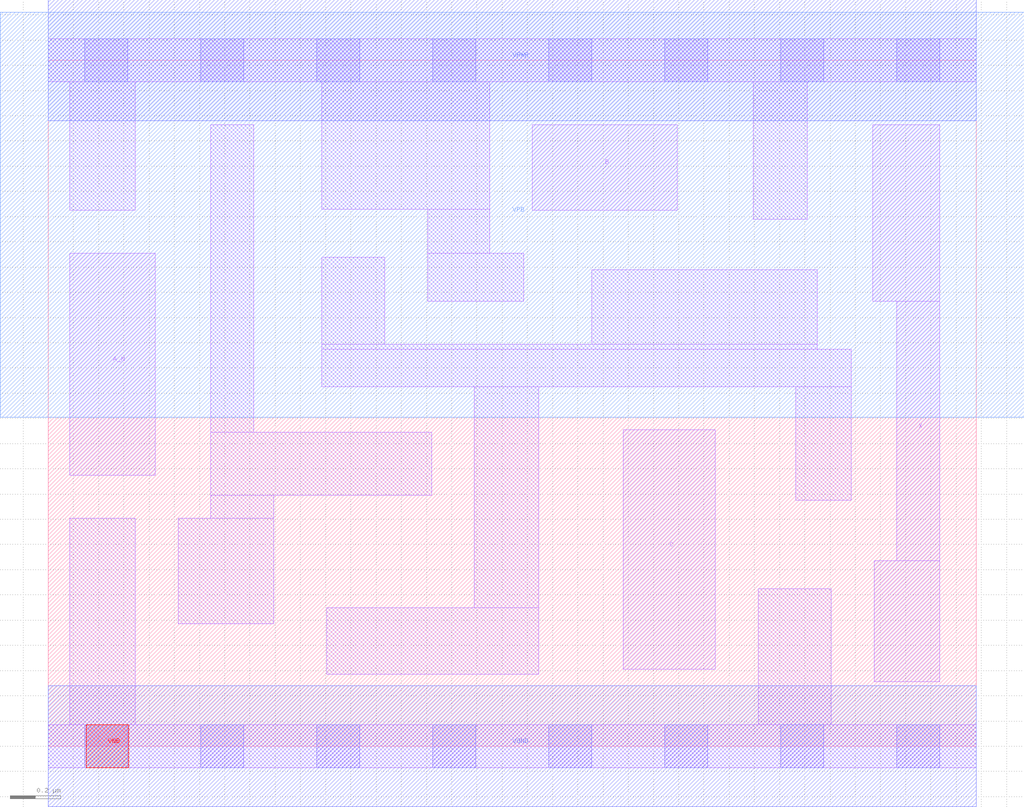
<source format=lef>
# Copyright 2020 The SkyWater PDK Authors
#
# Licensed under the Apache License, Version 2.0 (the "License");
# you may not use this file except in compliance with the License.
# You may obtain a copy of the License at
#
#     https://www.apache.org/licenses/LICENSE-2.0
#
# Unless required by applicable law or agreed to in writing, software
# distributed under the License is distributed on an "AS IS" BASIS,
# WITHOUT WARRANTIES OR CONDITIONS OF ANY KIND, either express or implied.
# See the License for the specific language governing permissions and
# limitations under the License.
#
# SPDX-License-Identifier: Apache-2.0

VERSION 5.7 ;
  NOWIREEXTENSIONATPIN ON ;
  DIVIDERCHAR "/" ;
  BUSBITCHARS "[]" ;
PROPERTYDEFINITIONS
  MACRO maskLayoutSubType STRING ;
  MACRO prCellType STRING ;
  MACRO originalViewName STRING ;
END PROPERTYDEFINITIONS
MACRO sky130_fd_sc_hdll__and3b_1
  CLASS CORE ;
  FOREIGN sky130_fd_sc_hdll__and3b_1 ;
  ORIGIN  0.000000  0.000000 ;
  SIZE  3.680000 BY  2.720000 ;
  SYMMETRY X Y R90 ;
  SITE unithd ;
  PIN A_N
    ANTENNAGATEAREA  0.138600 ;
    DIRECTION INPUT ;
    USE SIGNAL ;
    PORT
      LAYER li1 ;
        RECT 0.085000 1.075000 0.425000 1.955000 ;
    END
  END A_N
  PIN B
    ANTENNAGATEAREA  0.138600 ;
    DIRECTION INPUT ;
    USE SIGNAL ;
    PORT
      LAYER li1 ;
        RECT 1.920000 2.125000 2.495000 2.465000 ;
    END
  END B
  PIN C
    ANTENNAGATEAREA  0.138600 ;
    DIRECTION INPUT ;
    USE SIGNAL ;
    PORT
      LAYER li1 ;
        RECT 2.280000 0.305000 2.645000 1.255000 ;
    END
  END C
  PIN VGND
    ANTENNADIFFAREA  0.470450 ;
    DIRECTION INOUT ;
    USE SIGNAL ;
    PORT
      LAYER met1 ;
        RECT 0.000000 -0.240000 3.680000 0.240000 ;
    END
  END VGND
  PIN VPWR
    ANTENNADIFFAREA  0.591300 ;
    DIRECTION INOUT ;
    USE SIGNAL ;
    PORT
      LAYER met1 ;
        RECT 0.000000 2.480000 3.680000 2.960000 ;
    END
  END VPWR
  PIN X
    ANTENNADIFFAREA  0.439000 ;
    DIRECTION OUTPUT ;
    USE SIGNAL ;
    PORT
      LAYER li1 ;
        RECT 3.270000 1.765000 3.535000 2.465000 ;
        RECT 3.275000 0.255000 3.535000 0.735000 ;
        RECT 3.365000 0.735000 3.535000 1.765000 ;
    END
  END X
  PIN VNB
    DIRECTION INOUT ;
    USE GROUND ;
    PORT
      LAYER pwell ;
        RECT 0.150000 -0.085000 0.320000 0.085000 ;
    END
  END VNB
  PIN VPB
    DIRECTION INOUT ;
    USE POWER ;
    PORT
      LAYER nwell ;
        RECT -0.190000 1.305000 3.870000 2.910000 ;
    END
  END VPB
  OBS
    LAYER li1 ;
      RECT 0.000000 -0.085000 3.680000 0.085000 ;
      RECT 0.000000  2.635000 3.680000 2.805000 ;
      RECT 0.085000  0.085000 0.345000 0.905000 ;
      RECT 0.085000  2.125000 0.345000 2.635000 ;
      RECT 0.515000  0.485000 0.895000 0.905000 ;
      RECT 0.645000  0.905000 0.895000 0.995000 ;
      RECT 0.645000  0.995000 1.520000 1.245000 ;
      RECT 0.645000  1.245000 0.815000 2.465000 ;
      RECT 1.085000  1.425000 3.185000 1.575000 ;
      RECT 1.085000  1.575000 3.050000 1.595000 ;
      RECT 1.085000  1.595000 1.335000 1.940000 ;
      RECT 1.085000  2.130000 1.750000 2.635000 ;
      RECT 1.105000  0.285000 1.945000 0.550000 ;
      RECT 1.505000  1.765000 1.885000 1.955000 ;
      RECT 1.505000  1.955000 1.750000 2.130000 ;
      RECT 1.690000  0.550000 1.945000 1.425000 ;
      RECT 2.155000  1.595000 3.050000 1.890000 ;
      RECT 2.795000  2.090000 3.010000 2.635000 ;
      RECT 2.815000  0.085000 3.105000 0.625000 ;
      RECT 2.965000  0.975000 3.185000 1.425000 ;
    LAYER mcon ;
      RECT 0.145000 -0.085000 0.315000 0.085000 ;
      RECT 0.145000  2.635000 0.315000 2.805000 ;
      RECT 0.605000 -0.085000 0.775000 0.085000 ;
      RECT 0.605000  2.635000 0.775000 2.805000 ;
      RECT 1.065000 -0.085000 1.235000 0.085000 ;
      RECT 1.065000  2.635000 1.235000 2.805000 ;
      RECT 1.525000 -0.085000 1.695000 0.085000 ;
      RECT 1.525000  2.635000 1.695000 2.805000 ;
      RECT 1.985000 -0.085000 2.155000 0.085000 ;
      RECT 1.985000  2.635000 2.155000 2.805000 ;
      RECT 2.445000 -0.085000 2.615000 0.085000 ;
      RECT 2.445000  2.635000 2.615000 2.805000 ;
      RECT 2.905000 -0.085000 3.075000 0.085000 ;
      RECT 2.905000  2.635000 3.075000 2.805000 ;
      RECT 3.365000 -0.085000 3.535000 0.085000 ;
      RECT 3.365000  2.635000 3.535000 2.805000 ;
  END
  PROPERTY maskLayoutSubType "abstract" ;
  PROPERTY prCellType "standard" ;
  PROPERTY originalViewName "layout" ;
END sky130_fd_sc_hdll__and3b_1
END LIBRARY

</source>
